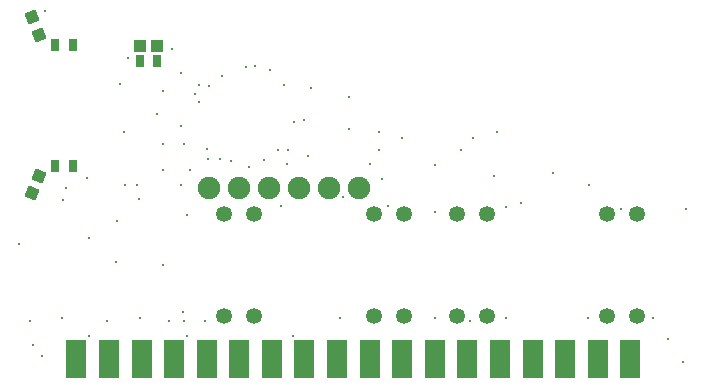
<source format=gbs>
%FSLAX46Y46*%
%MOMM*%
%AMPS16*
21,1,3.200000,1.700000,0.000000,0.000000,90.000000*
%
%ADD16PS16*%
%AMPS14*
1,1,1.350000,0.000000,0.000000*
%
%ADD14PS14*%
%AMPS13*
1,1,1.350000,0.000000,0.000000*
%
%ADD13PS13*%
%AMPS12*
1,1,1.900000,0.000000,0.000000*
%
%ADD12PS12*%
%AMPS17*
21,1,1.000000,0.950000,0.000000,0.000000,360.000000*
%
%ADD17PS17*%
%AMPS10*
21,1,0.700000,1.100000,0.000000,0.000000,360.000000*
%
%ADD10PS10*%
%AMPS15*
21,1,1.000000,1.000000,0.000000,0.000000,247.000122*
%
%ADD15PS15*%
%AMPS11*
21,1,1.000000,1.000000,0.000000,0.000000,112.000122*
%
%ADD11PS11*%
%AMPS18*
1,1,0.300000,0.000000,0.000000*
%
%ADD18PS18*%
G01*
G01*
%LPD*%
G75*
D10*
X5600000Y28150000D03*
D10*
X4100000Y28150000D03*
D11*
X2150314Y30441746D03*
D11*
X2749686Y28958254D03*
D12*
X22230000Y16000000D03*
D12*
X29850000Y16000000D03*
D12*
X27310000Y16000000D03*
D12*
X19690000Y16000000D03*
D12*
X24770000Y16000000D03*
D12*
X17150000Y16000000D03*
D13*
X40670000Y13800000D03*
D13*
X53370000Y13800000D03*
D14*
X50830000Y5200000D03*
D13*
X38130000Y13800000D03*
D13*
X50830000Y13800000D03*
D14*
X53370000Y5200000D03*
D14*
X38130000Y5200000D03*
D14*
X40670000Y5200000D03*
D15*
X2137417Y15563596D03*
D15*
X2762583Y17036404D03*
D13*
X20920000Y13800000D03*
D13*
X33620000Y13800000D03*
D14*
X31080000Y5200000D03*
D13*
X18380000Y13800000D03*
D13*
X31080000Y13800000D03*
D14*
X33620000Y5200000D03*
D14*
X18380000Y5200000D03*
D14*
X20920000Y5200000D03*
D10*
X5600000Y17850000D03*
D10*
X4100000Y17850000D03*
D16*
X16930000Y1500000D03*
D16*
X27970000Y1500000D03*
D16*
X36250000Y1500000D03*
D16*
X11410000Y1500000D03*
D16*
X5890000Y1500000D03*
D16*
X8650000Y1500000D03*
D16*
X33490000Y1500000D03*
D16*
X50050000Y1500000D03*
D16*
X19690000Y1500000D03*
D16*
X44530000Y1500000D03*
D16*
X25210000Y1500000D03*
D16*
X14170000Y1500000D03*
D16*
X22450000Y1500000D03*
D16*
X30730000Y1500000D03*
D16*
X41770000Y1500000D03*
D16*
X39010000Y1500000D03*
D16*
X52810000Y1500000D03*
D16*
X47290000Y1500000D03*
D10*
X12750000Y26750000D03*
D10*
X11250000Y26750000D03*
D17*
X11250000Y28000000D03*
D17*
X12750000Y28000000D03*
D18*
X21750000Y18340010D03*
D18*
X15499999Y17499999D03*
D18*
X11000000Y16250000D03*
D18*
X23750000Y18000000D03*
D18*
X20500001Y17749999D03*
D18*
X7000000Y11750000D03*
D18*
X13250000Y24250000D03*
D18*
X57250000Y1250000D03*
D18*
X28250000Y5000000D03*
D18*
X31750000Y16750000D03*
D18*
X31500000Y19250000D03*
D18*
X15250000Y13750000D03*
D18*
X24340010Y21615739D03*
D18*
X12750000Y22250000D03*
D18*
X23250000Y14500000D03*
D18*
X18020455Y18500001D03*
D18*
X2000000Y4750000D03*
D18*
X41250000Y17000000D03*
D18*
X32250000Y14500000D03*
D18*
X29000000Y23750000D03*
D18*
X15000000Y19750000D03*
D18*
X17084512Y24621511D03*
D18*
X11207799Y15042201D03*
D18*
X25133849Y21776795D03*
D18*
X1000000Y11250000D03*
D18*
X14750000Y25750000D03*
D18*
X10250000Y27000000D03*
D18*
X28500000Y15250000D03*
D18*
X25500000Y18750000D03*
D18*
X3250000Y31000000D03*
D18*
X36250000Y14000000D03*
D18*
X46250000Y17250000D03*
D18*
X54750000Y5000000D03*
D18*
X10025000Y16250000D03*
D18*
X36250000Y17975000D03*
D18*
X19000000Y18250000D03*
D18*
X43500000Y14750000D03*
D18*
X14000000Y27750000D03*
D18*
X31500000Y20750000D03*
D18*
X3000000Y1750000D03*
D18*
X33500000Y20250000D03*
D18*
X29000000Y21000000D03*
D18*
X42250000Y14390010D03*
D18*
X52000000Y14250000D03*
D18*
X6765491Y16840010D03*
D18*
X22250000Y26000000D03*
D18*
X11250000Y5000000D03*
D18*
X49250000Y5000000D03*
D18*
X14750000Y16250000D03*
D18*
X22991073Y19258936D03*
D18*
X13250000Y17500000D03*
D18*
X15951695Y24003072D03*
D18*
X30750000Y18000000D03*
D18*
X23809985Y19243446D03*
D18*
X9590010Y24848764D03*
D18*
X5000000Y16000000D03*
D18*
X16937971Y19307624D03*
D18*
X16750000Y4750000D03*
D18*
X15250000Y3500000D03*
D18*
X20222952Y26260010D03*
D18*
X14750000Y21250000D03*
D18*
X9960020Y20736423D03*
D18*
X56000000Y3250000D03*
D18*
X25750000Y24500000D03*
D18*
X21031734Y26304642D03*
D18*
X18250000Y25500000D03*
D18*
X2250000Y2750000D03*
D18*
X7000000Y3500000D03*
D18*
X39500000Y20250000D03*
D18*
X36250000Y5000000D03*
D18*
X41500000Y20750000D03*
D18*
X13250000Y19750000D03*
D18*
X15000000Y4750000D03*
D18*
X13750000Y4750000D03*
D18*
X24250000Y3500000D03*
D18*
X9250000Y9750000D03*
D18*
X16250000Y23250000D03*
D18*
X13250000Y9500000D03*
D18*
X9350000Y13200000D03*
D18*
X49276763Y16250009D03*
D18*
X42250000Y5000000D03*
D18*
X39250000Y4750000D03*
D18*
X38500000Y19250000D03*
D18*
X4710000Y5003416D03*
D18*
X4750000Y15000000D03*
D18*
X57500000Y14250000D03*
D18*
X16250000Y24750000D03*
D18*
X17000000Y18500000D03*
D18*
X14925000Y5525000D03*
D18*
X8500000Y4750000D03*
D18*
X23500000Y24750000D03*
M02*

</source>
